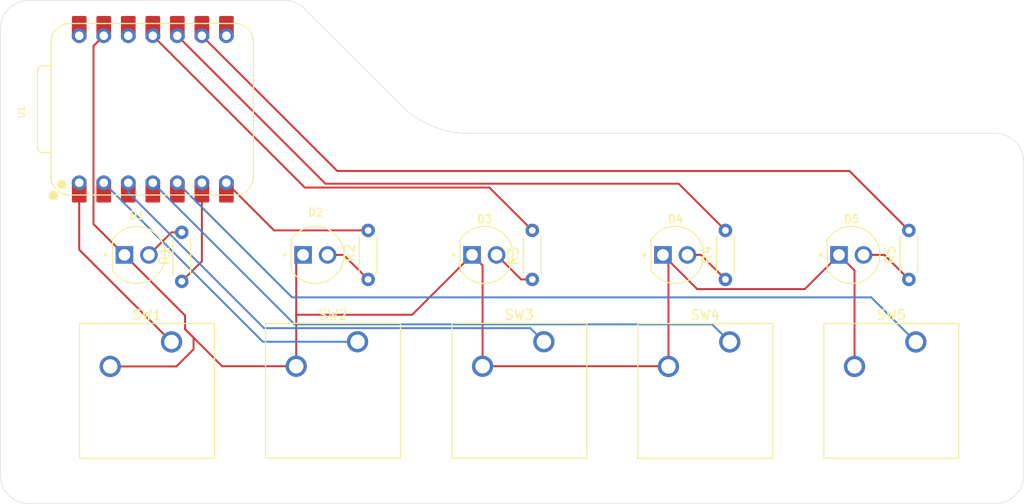
<source format=kicad_pcb>
(kicad_pcb (version 20241229) (generator "pcbnew") (generator_version "9.0")
  (layers (0 "F.Cu" signal) (2 "B.Cu" signal) (13 "F.Paste" user) (15 "B.Paste" user) (5 "F.SilkS" user "F.Silkscreen") (7 "B.SilkS" user "B.Silkscreen") (1 "F.Mask" user) (3 "B.Mask" user) (25 "Edge.Cuts" user))
  (net 0 "")
  (net 1 "Net-(D1-PadA)")
  (net 2 "GND")
  (net 3 "Net-(D2-PadA)")
  (net 4 "Net-(D3-PadA)")
  (net 5 "Net-(D4-PadA)")
  (net 6 "Net-(D5-PadA)")
  (net 7 "LED1")
  (net 8 "LED2")
  (net 9 "LED3")
  (net 10 "LED4")
  (net 11 "LED5")
  (net 12 "button1")
  (net 13 "button2")
  (net 14 "button3")
  (net 15 "button4")
  (net 16 "button5")
  (footprint "footprints:LEDRD254W57D500H1070" (layer "F.Cu") (at 165.4 115)
    (property "Reference" "D4" (at 0.04 -3.708 0) (layer "F.SilkS") (effects (font (size 0.8 0.8))))
    (property "Value" "L08R5000Q1")
    (fp_line (start -2.5 -1.566) (end -2.5 1.566) (stroke (width 0.127)) (layer "F.SilkS"))
    (fp_arc (start -2.5 -1.566) (mid 2.961291 0) (end -2.5 1.566) (stroke (width 0.127)) (layer "F.SilkS"))
    (fp_circle (center -3.2 0) (end -3.1 0) (stroke (width 0.2)) (fill no) (layer "F.SilkS"))
    (pad "A" thru_hole circle (at 1.27 0) (size 1.815 1.815) (drill 1.21) (layers "*.Cu" "*.Mask") (net 5 "Net-(D4-PadA)"))
    (pad "C" thru_hole rect (at -1.27 0) (size 1.815 1.815) (drill 1.21) (layers "*.Cu" "*.Mask") (net 2 "GND"))
  )
  (footprint "Resistor_THT:R_Axial_DIN0204_L3.6mm_D1.6mm_P5.08mm_Horizontal" (layer "F.Cu") (at 150.6 117.54 90)
    (property "Reference" "R3" (at 2.439999 -1.92 90) (layer "F.SilkS"))
    (property "Value" "R")
    (fp_line (start 0.62 -0.92) (end 4.46 -0.92) (stroke (width 0.12)) (layer "F.SilkS"))
    (fp_line (start 0.62 0.92) (end 4.46 0.92) (stroke (width 0.12)) (layer "F.SilkS"))
    (pad "1" thru_hole circle (at 0 0 90) (size 1.4 1.4) (drill 0.7) (layers "*.Cu" "*.Mask") (net 4 "Net-(D3-PadA)"))
    (pad "2" thru_hole circle (at 5.08 0 90) (size 1.4 1.4) (drill 0.7) (layers "*.Cu" "*.Mask") (net 9 "LED3"))
  )
  (footprint "Button_Switch_Keyboard:SW_Cherry_MX_1.00u_PCB" (layer "F.Cu") (at 132.5 124)
    (property "Reference" "SW2" (at -2.54 -2.794 0) (layer "F.SilkS"))
    (property "Value" "SW_Push")
    (fp_line (start -9.525 -1.905) (end 4.445 -1.905) (stroke (width 0.12)) (layer "F.SilkS"))
    (fp_line (start -9.525 12.065) (end -9.525 -1.905) (stroke (width 0.12)) (layer "F.SilkS"))
    (fp_line (start 4.445 -1.905) (end 4.445 12.065) (stroke (width 0.12)) (layer "F.SilkS"))
    (fp_line (start 4.445 12.065) (end -9.525 12.065) (stroke (width 0.12)) (layer "F.SilkS"))
    (pad "" np_thru_hole circle (at -7.62 5.08) (size 1.7 1.7) (drill 1.7) (layers "*.Cu" "*.Mask"))
    (pad "" np_thru_hole circle (at -2.54 5.08) (size 4 4) (drill 4) (layers "*.Cu" "*.Mask"))
    (pad "" np_thru_hole circle (at 2.54 5.08) (size 1.7 1.7) (drill 1.7) (layers "*.Cu" "*.Mask"))
    (pad "1" thru_hole circle (at 0 0) (size 2.2 2.2) (drill 1.5) (layers "*.Cu" "*.Mask") (net 13 "button2"))
    (pad "2" thru_hole circle (at -6.35 2.54) (size 2.2 2.2) (drill 1.5) (layers "*.Cu" "*.Mask") (net 2 "GND"))
  )
  (footprint "Resistor_THT:R_Axial_DIN0204_L3.6mm_D1.6mm_P5.08mm_Horizontal" (layer "F.Cu") (at 189.6 117.54 90)
    (property "Reference" "R5" (at 2.54 -1.92 90) (layer "F.SilkS"))
    (property "Value" "R")
    (fp_line (start 0.62 -0.92) (end 4.46 -0.92) (stroke (width 0.12)) (layer "F.SilkS"))
    (fp_line (start 0.62 0.92) (end 4.46 0.92) (stroke (width 0.12)) (layer "F.SilkS"))
    (pad "1" thru_hole circle (at 0 0 90) (size 1.4 1.4) (drill 0.7) (layers "*.Cu" "*.Mask") (net 6 "Net-(D5-PadA)"))
    (pad "2" thru_hole circle (at 5.08 0 90) (size 1.4 1.4) (drill 0.7) (layers "*.Cu" "*.Mask") (net 11 "LED5"))
  )
  (footprint "footprints:LEDRD254W57D500H1070" (layer "F.Cu") (at 128.13 115)
    (property "Reference" "D2" (at 0.04 -4.4 0) (layer "F.SilkS") (effects (font (size 0.8 0.8))))
    (property "Value" "L08R5000Q1")
    (fp_line (start -2.5 -1.566) (end -2.5 1.566) (stroke (width 0.127)) (layer "F.SilkS"))
    (fp_arc (start -2.5 -1.566) (mid 2.961291 0) (end -2.5 1.566) (stroke (width 0.127)) (layer "F.SilkS"))
    (fp_circle (center -3.2 0) (end -3.1 0) (stroke (width 0.2)) (fill no) (layer "F.SilkS"))
    (pad "A" thru_hole circle (at 1.27 0) (size 1.815 1.815) (drill 1.21) (layers "*.Cu" "*.Mask") (net 3 "Net-(D2-PadA)"))
    (pad "C" thru_hole rect (at -1.27 0) (size 1.815 1.815) (drill 1.21) (layers "*.Cu" "*.Mask") (net 2 "GND"))
  )
  (footprint "Button_Switch_Keyboard:SW_Cherry_MX_1.00u_PCB" (layer "F.Cu") (at 113.24 124.02)
    (property "Reference" "SW1" (at -2.54 -2.794 0) (layer "F.SilkS"))
    (property "Value" "SW_Push")
    (fp_line (start -9.525 -1.905) (end 4.445 -1.905) (stroke (width 0.12)) (layer "F.SilkS"))
    (fp_line (start -9.525 12.065) (end -9.525 -1.905) (stroke (width 0.12)) (layer "F.SilkS"))
    (fp_line (start 4.445 -1.905) (end 4.445 12.065) (stroke (width 0.12)) (layer "F.SilkS"))
    (fp_line (start 4.445 12.065) (end -9.525 12.065) (stroke (width 0.12)) (layer "F.SilkS"))
    (pad "" np_thru_hole circle (at -7.62 5.08) (size 1.7 1.7) (drill 1.7) (layers "*.Cu" "*.Mask"))
    (pad "" np_thru_hole circle (at -2.54 5.08) (size 4 4) (drill 4) (layers "*.Cu" "*.Mask"))
    (pad "" np_thru_hole circle (at 2.54 5.08) (size 1.7 1.7) (drill 1.7) (layers "*.Cu" "*.Mask"))
    (pad "1" thru_hole circle (at 0 0) (size 2.2 2.2) (drill 1.5) (layers "*.Cu" "*.Mask") (net 12 "button1"))
    (pad "2" thru_hole circle (at -6.35 2.54) (size 2.2 2.2) (drill 1.5) (layers "*.Cu" "*.Mask") (net 2 "GND"))
  )
  (footprint "Button_Switch_Keyboard:SW_Cherry_MX_1.00u_PCB" (layer "F.Cu") (at 171.05 124.02)
    (property "Reference" "SW4" (at -2.54 -2.794 0) (layer "F.SilkS"))
    (property "Value" "SW_Push")
    (fp_line (start -9.525 -1.905) (end 4.445 -1.905) (stroke (width 0.12)) (layer "F.SilkS"))
    (fp_line (start -9.525 12.065) (end -9.525 -1.905) (stroke (width 0.12)) (layer "F.SilkS"))
    (fp_line (start 4.445 -1.905) (end 4.445 12.065) (stroke (width 0.12)) (layer "F.SilkS"))
    (fp_line (start 4.445 12.065) (end -9.525 12.065) (stroke (width 0.12)) (layer "F.SilkS"))
    (pad "" np_thru_hole circle (at -7.62 5.08) (size 1.7 1.7) (drill 1.7) (layers "*.Cu" "*.Mask"))
    (pad "" np_thru_hole circle (at -2.54 5.08) (size 4 4) (drill 4) (layers "*.Cu" "*.Mask"))
    (pad "" np_thru_hole circle (at 2.54 5.08) (size 1.7 1.7) (drill 1.7) (layers "*.Cu" "*.Mask"))
    (pad "1" thru_hole circle (at 0 0) (size 2.2 2.2) (drill 1.5) (layers "*.Cu" "*.Mask") (net 15 "button4"))
    (pad "2" thru_hole circle (at -6.35 2.54) (size 2.2 2.2) (drill 1.5) (layers "*.Cu" "*.Mask") (net 2 "GND"))
  )
  (footprint "footprints:LEDRD254W57D500H1070" (layer "F.Cu") (at 145.63 115)
    (property "Reference" "D3" (at 0.04 -3.708 0) (layer "F.SilkS") (effects (font (size 0.8 0.8))))
    (property "Value" "L08R5000Q1")
    (fp_line (start -2.5 -1.566) (end -2.5 1.566) (stroke (width 0.127)) (layer "F.SilkS"))
    (fp_arc (start -2.5 -1.566) (mid 2.961291 0) (end -2.5 1.566) (stroke (width 0.127)) (layer "F.SilkS"))
    (fp_circle (center -3.2 0) (end -3.1 0) (stroke (width 0.2)) (fill no) (layer "F.SilkS"))
    (pad "A" thru_hole circle (at 1.27 0) (size 1.815 1.815) (drill 1.21) (layers "*.Cu" "*.Mask") (net 4 "Net-(D3-PadA)"))
    (pad "C" thru_hole rect (at -1.27 0) (size 1.815 1.815) (drill 1.21) (layers "*.Cu" "*.Mask") (net 2 "GND"))
  )
  (footprint "Resistor_THT:R_Axial_DIN0204_L3.6mm_D1.6mm_P5.08mm_Horizontal" (layer "F.Cu") (at 133.6 117.54 90)
    (property "Reference" "R2" (at 2.739999 -1.92 90) (layer "F.SilkS"))
    (property "Value" "R")
    (fp_line (start 0.62 -0.92) (end 4.46 -0.92) (stroke (width 0.12)) (layer "F.SilkS"))
    (fp_line (start 0.62 0.92) (end 4.46 0.92) (stroke (width 0.12)) (layer "F.SilkS"))
    (pad "1" thru_hole circle (at 0 0 90) (size 1.4 1.4) (drill 0.7) (layers "*.Cu" "*.Mask") (net 3 "Net-(D2-PadA)"))
    (pad "2" thru_hole circle (at 5.08 0 90) (size 1.4 1.4) (drill 0.7) (layers "*.Cu" "*.Mask") (net 8 "LED2"))
  )
  (footprint "footprints:LEDRD254W57D500H1070" (layer "F.Cu") (at 183.63 115)
    (property "Reference" "D5" (at 0.04 -3.708 0) (layer "F.SilkS") (effects (font (size 0.8 0.8))))
    (property "Value" "L08R5000Q1")
    (fp_line (start -2.5 -1.566) (end -2.5 1.566) (stroke (width 0.127)) (layer "F.SilkS"))
    (fp_arc (start -2.5 -1.566) (mid 2.961291 0) (end -2.5 1.566) (stroke (width 0.127)) (layer "F.SilkS"))
    (fp_circle (center -3.2 0) (end -3.1 0) (stroke (width 0.2)) (fill no) (layer "F.SilkS"))
    (pad "A" thru_hole circle (at 1.27 0) (size 1.815 1.815) (drill 1.21) (layers "*.Cu" "*.Mask") (net 6 "Net-(D5-PadA)"))
    (pad "C" thru_hole rect (at -1.27 0) (size 1.815 1.815) (drill 1.21) (layers "*.Cu" "*.Mask") (net 2 "GND"))
  )
  (footprint "Button_Switch_Keyboard:SW_Cherry_MX_1.00u_PCB" (layer "F.Cu") (at 190.32 124.02)
    (property "Reference" "SW5" (at -2.54 -2.794 0) (layer "F.SilkS"))
    (property "Value" "SW_Push")
    (fp_line (start -9.525 -1.905) (end 4.445 -1.905) (stroke (width 0.12)) (layer "F.SilkS"))
    (fp_line (start -9.525 12.065) (end -9.525 -1.905) (stroke (width 0.12)) (layer "F.SilkS"))
    (fp_line (start 4.445 -1.905) (end 4.445 12.065) (stroke (width 0.12)) (layer "F.SilkS"))
    (fp_line (start 4.445 12.065) (end -9.525 12.065) (stroke (width 0.12)) (layer "F.SilkS"))
    (pad "" np_thru_hole circle (at -7.62 5.08) (size 1.7 1.7) (drill 1.7) (layers "*.Cu" "*.Mask"))
    (pad "" np_thru_hole circle (at -2.54 5.08) (size 4 4) (drill 4) (layers "*.Cu" "*.Mask"))
    (pad "" np_thru_hole circle (at 2.54 5.08) (size 1.7 1.7) (drill 1.7) (layers "*.Cu" "*.Mask"))
    (pad "1" thru_hole circle (at 0 0) (size 2.2 2.2) (drill 1.5) (layers "*.Cu" "*.Mask") (net 16 "button5"))
    (pad "2" thru_hole circle (at -6.35 2.54) (size 2.2 2.2) (drill 1.5) (layers "*.Cu" "*.Mask") (net 2 "GND"))
  )
  (footprint "Resistor_THT:R_Axial_DIN0204_L3.6mm_D1.6mm_P5.08mm_Horizontal" (layer "F.Cu") (at 114.3 112.66 -90)
    (property "Reference" "R1" (at 2.44 1.8 90) (layer "F.SilkS"))
    (property "Value" "R")
    (fp_line (start 0.62 0.92) (end 4.46 0.92) (stroke (width 0.12)) (layer "F.SilkS"))
    (fp_line (start 0.62 -0.92) (end 4.46 -0.92) (stroke (width 0.12)) (layer "F.SilkS"))
    (pad "1" thru_hole circle (at 0 0 270) (size 1.4 1.4) (drill 0.7) (layers "*.Cu" "*.Mask") (net 1 "Net-(D1-PadA)"))
    (pad "2" thru_hole circle (at 5.08 0 270) (size 1.4 1.4) (drill 0.7) (layers "*.Cu" "*.Mask") (net 7 "LED1"))
  )
  (footprint "footprints:XIAO-RP2040-DIP" (layer "F.Cu") (at 111.3 99.9 90)
    (property "Reference" "U1" (at -0.3 -13.6 90) (layer "F.SilkS") (effects (font (size 0.635 0.635) (thickness 0.1016))))
    (property "Value" "XIAO-RP2040-DIP")
    (fp_line (start -3.991272 -11.951) (end 4.004 -11.951) (stroke (width 0.127)) (layer "F.SilkS"))
    (fp_line (start 4.504 -11.451) (end 4.504 -10.541) (stroke (width 0.127)) (layer "F.SilkS"))
    (fp_line (start 6.985 -10.541) (end -6.985 -10.541) (stroke (width 0.1)) (layer "F.SilkS"))
    (fp_line (start 6.985 -10.541) (end -6.985 -10.541) (stroke (width 0.127)) (layer "F.SilkS"))
    (fp_line (start -4.495 -10.541) (end -4.491272 -11.451272) (stroke (width 0.127)) (layer "F.SilkS"))
    (fp_line (start 8.89 8.509) (end 8.89 -8.636) (stroke (width 0.127)) (layer "F.SilkS"))
    (fp_line (start -8.89 8.509) (end -8.89 -8.636) (stroke (width 0.127)) (layer "F.SilkS"))
    (fp_line (start -6.985 10.414) (end 6.985 10.414) (stroke (width 0.127)) (layer "F.SilkS"))
    (fp_arc (start 4.004 -11.951) (mid 4.357553 -11.804553) (end 4.504 -11.451) (stroke (width 0.127)) (layer "F.SilkS"))
    (fp_arc (start -4.491272 -11.451272) (mid -4.344728 -11.80464) (end -3.991272 -11.951) (stroke (width 0.127)) (layer "F.SilkS"))
    (fp_arc (start 6.985 -10.541) (mid 8.332038 -9.983038) (end 8.89 -8.636) (stroke (width 0.127)) (layer "F.SilkS"))
    (fp_arc (start -8.89 -8.636) (mid -8.332038 -9.983038) (end -6.985 -10.541) (stroke (width 0.127)) (layer "F.SilkS"))
    (fp_arc (start 8.89 8.509) (mid 8.332038 9.856038) (end 6.985 10.414) (stroke (width 0.127)) (layer "F.SilkS"))
    (fp_arc (start -6.985 10.414) (mid -8.332038 9.856038) (end -8.89 8.509) (stroke (width 0.127)) (layer "F.SilkS"))
    (fp_circle (center -8.95 -10.3) (end -8.95 -10.554) (stroke (width 0.5)) (fill yes) (layer "F.SilkS"))
    (fp_circle (center -7.807 -9.42) (end -7.807 -9.674) (stroke (width 0.5)) (fill yes) (layer "F.SilkS"))
    (pad "1" smd roundrect (at -8.455 -7.62 270) (size 2.432 1.524) (layers "F.Cu" "F.Mask") (roundrect_rratio 0.1) (net 12 "button1"))
    (pad "1" thru_hole circle (at -7.62 -7.62 270) (size 1.524 1.524) (drill 0.889) (layers "*.Cu" "*.Mask") (net 12 "button1"))
    (pad "2" smd roundrect (at -8.455 -5.08 270) (size 2.432 1.524) (layers "F.Cu" "F.Mask") (roundrect_rratio 0.1) (net 13 "button2"))
    (pad "2" thru_hole circle (at -7.62 -5.08 270) (size 1.524 1.524) (drill 0.889) (layers "*.Cu" "*.Mask") (net 13 "button2"))
    (pad "3" smd roundrect (at -8.455 -2.54 270) (size 2.432 1.524) (layers "F.Cu" "F.Mask") (roundrect_rratio 0.1) (net 14 "button3"))
    (pad "3" thru_hole circle (at -7.62 -2.54 270) (size 1.524 1.524) (drill 0.889) (layers "*.Cu" "*.Mask") (net 14 "button3"))
    (pad "4" smd roundrect (at -8.455 0 270) (size 2.432 1.524) (layers "F.Cu" "F.Mask") (roundrect_rratio 0.1) (net 15 "button4"))
    (pad "4" thru_hole circle (at -7.62 0 270) (size 1.524 1.524) (drill 0.889) (layers "*.Cu" "*.Mask") (net 15 "button4"))
    (pad "5" smd roundrect (at -8.455 2.54 270) (size 2.432 1.524) (layers "F.Cu" "F.Mask") (roundrect_rratio 0.1) (net 16 "button5"))
    (pad "5" thru_hole circle (at -7.62 2.54 270) (size 1.524 1.524) (drill 0.889) (layers "*.Cu" "*.Mask") (net 16 "button5"))
    (pad "6" smd roundrect (at -8.455 5.08 270) (size 2.432 1.524) (layers "F.Cu" "F.Mask") (roundrect_rratio 0.1) (net 7 "LED1"))
    (pad "6" thru_hole circle (at -7.62 5.08 270) (size 1.524 1.524) (drill 0.889) (layers "*.Cu" "*.Mask") (net 7 "LED1"))
    (pad "7" smd roundrect (at -8.455 7.62 270) (size 2.432 1.524) (layers "F.Cu" "F.Mask") (roundrect_rratio 0.1) (net 8 "LED2"))
    (pad "7" thru_hole circle (at -7.62 7.62 270) (size 1.524 1.524) (drill 0.889) (layers "*.Cu" "*.Mask") (net 8 "LED2"))
    (pad "8" thru_hole circle (at 7.62 7.62 90) (size 1.524 1.524) (drill 0.889) (layers "*.Cu" "*.Mask"))
    (pad "8" smd roundrect (at 8.455 7.62 90) (size 2.432 1.524) (layers "F.Cu" "F.Mask") (roundrect_rratio 0.1))
    (pad "9" thru_hole circle (at 7.62 5.08 90) (size 1.524 1.524) (drill 0.889) (layers "*.Cu" "*.Mask") (net 11 "LED5"))
    (pad "9" smd roundrect (at 8.455 5.08 90) (size 2.432 1.524) (layers "F.Cu" "F.Mask") (roundrect_rratio 0.1) (net 11 "LED5"))
    (pad "10" thru_hole circle (at 7.62 2.54 90) (size 1.524 1.524) (drill 0.889) (layers "*.Cu" "*.Mask") (net 10 "LED4"))
    (pad "10" smd roundrect (at 8.455 2.54 90) (size 2.432 1.524) (layers "F.Cu" "F.Mask") (roundrect_rratio 0.1) (net 10 "LED4"))
    (pad "11" thru_hole circle (at 7.62 0 90) (size 1.524 1.524) (drill 0.889) (layers "*.Cu" "*.Mask") (net 9 "LED3"))
    (pad "11" smd roundrect (at 8.455 0 90) (size 2.432 1.524) (layers "F.Cu" "F.Mask") (roundrect_rratio 0.1) (net 9 "LED3"))
    (pad "12" thru_hole circle (at 7.62 -2.54 90) (size 1.524 1.524) (drill 0.889) (layers "*.Cu" "*.Mask"))
    (pad "12" smd roundrect (at 8.455 -2.54 90) (size 2.432 1.524) (layers "F.Cu" "F.Mask") (roundrect_rratio 0.1))
    (pad "13" thru_hole circle (at 7.62 -5.08 90) (size 1.524 1.524) (drill 0.889) (layers "*.Cu" "*.Mask") (net 2 "GND"))
    (pad "13" smd roundrect (at 8.455 -5.08 90) (size 2.432 1.524) (layers "F.Cu" "F.Mask") (roundrect_rratio 0.1) (net 2 "GND"))
    (pad "14" thru_hole circle (at 7.62 -7.62 90) (size 1.524 1.524) (drill 0.889) (layers "*.Cu" "*.Mask"))
    (pad "14" smd roundrect (at 8.455 -7.62 90) (size 2.432 1.524) (layers "F.Cu" "F.Mask") (roundrect_rratio 0.1))
  )
  (footprint "footprints:LEDRD254W57D500H1070" (layer "F.Cu") (at 109.63 115)
    (property "Reference" "D1" (at 0.04 -4.1 0) (layer "F.SilkS") (effects (font (size 0.8 0.8))))
    (property "Value" "L08R5000Q1")
    (fp_line (start -2.5 -1.566) (end -2.5 1.566) (stroke (width 0.127)) (layer "F.SilkS"))
    (fp_arc (start -2.5 -1.566) (mid 2.961291 0) (end -2.5 1.566) (stroke (width 0.127)) (layer "F.SilkS"))
    (fp_circle (center -3.2 0) (end -3.1 0) (stroke (width 0.2)) (fill no) (layer "F.SilkS"))
    (pad "A" thru_hole circle (at 1.27 0) (size 1.815 1.815) (drill 1.21) (layers "*.Cu" "*.Mask") (net 1 "Net-(D1-PadA)"))
    (pad "C" thru_hole rect (at -1.27 0) (size 1.815 1.815) (drill 1.21) (layers "*.Cu" "*.Mask") (net 2 "GND"))
  )
  (footprint "Button_Switch_Keyboard:SW_Cherry_MX_1.00u_PCB" (layer "F.Cu") (at 151.8 124)
    (property "Reference" "SW3" (at -2.54 -2.794 0) (layer "F.SilkS"))
    (property "Value" "SW_Push")
    (fp_line (start -9.525 -1.905) (end 4.445 -1.905) (stroke (width 0.12)) (layer "F.SilkS"))
    (fp_line (start -9.525 12.065) (end -9.525 -1.905) (stroke (width 0.12)) (layer "F.SilkS"))
    (fp_line (start 4.445 -1.905) (end 4.445 12.065) (stroke (width 0.12)) (layer "F.SilkS"))
    (fp_line (start 4.445 12.065) (end -9.525 12.065) (stroke (width 0.12)) (layer "F.SilkS"))
    (pad "" np_thru_hole circle (at -7.62 5.08) (size 1.7 1.7) (drill 1.7) (layers "*.Cu" "*.Mask"))
    (pad "" np_thru_hole circle (at -2.54 5.08) (size 4 4) (drill 4) (layers "*.Cu" "*.Mask"))
    (pad "" np_thru_hole circle (at 2.54 5.08) (size 1.7 1.7) (drill 1.7) (layers "*.Cu" "*.Mask"))
    (pad "1" thru_hole circle (at 0 0) (size 2.2 2.2) (drill 1.5) (layers "*.Cu" "*.Mask") (net 14 "button3"))
    (pad "2" thru_hole circle (at -6.35 2.54) (size 2.2 2.2) (drill 1.5) (layers "*.Cu" "*.Mask") (net 2 "GND"))
  )
  (footprint "Resistor_THT:R_Axial_DIN0204_L3.6mm_D1.6mm_P5.08mm_Horizontal" (layer "F.Cu") (at 170.6 117.54 90)
    (property "Reference" "R4" (at 2.54 -1.92 90) (layer "F.SilkS"))
    (property "Value" "R")
    (fp_line (start 0.62 -0.92) (end 4.46 -0.92) (stroke (width 0.12)) (layer "F.SilkS"))
    (fp_line (start 0.62 0.92) (end 4.46 0.92) (stroke (width 0.12)) (layer "F.SilkS"))
    (pad "1" thru_hole circle (at 0 0 90) (size 1.4 1.4) (drill 0.7) (layers "*.Cu" "*.Mask") (net 5 "Net-(D4-PadA)"))
    (pad "2" thru_hole circle (at 5.08 0 90) (size 1.4 1.4) (drill 0.7) (layers "*.Cu" "*.Mask") (net 10 "LED4"))
  )
  (gr_arc (start 95.5 91.6) (mid 96.37868 89.47868) (end 98.5 88.6) (stroke (width 0.05)) (layer "Edge.Cuts"))
  (gr_line (start 126.97868 89.47868) (end 136.971068 99.471068) (stroke (width 0.05)) (layer "Edge.Cuts"))
  (gr_arc (start 201.5 137.8) (mid 200.62132 139.92132) (end 198.5 140.8) (stroke (width 0.05)) (layer "Edge.Cuts"))
  (gr_arc (start 198.5 102.4) (mid 200.62132 103.27868) (end 201.5 105.4) (stroke (width 0.05)) (layer "Edge.Cuts"))
  (gr_line (start 144.042136 102.4) (end 198.5 102.4) (stroke (width 0.05)) (layer "Edge.Cuts"))
  (gr_arc (start 144.042136 102.4) (mid 140.215294 101.638807) (end 136.971068 99.471068) (stroke (width 0.05)) (layer "Edge.Cuts"))
  (gr_line (start 95.5 137.8) (end 95.5 91.6) (stroke (width 0.05)) (layer "Edge.Cuts"))
  (gr_arc (start 124.857359 88.6) (mid 126.005418 88.828348) (end 126.97868 89.47868) (stroke (width 0.05)) (layer "Edge.Cuts"))
  (gr_line (start 98.5 88.6) (end 124.857359 88.6) (stroke (width 0.05)) (layer "Edge.Cuts"))
  (gr_arc (start 98.5 140.8) (mid 96.37868 139.92132) (end 95.5 137.8) (stroke (width 0.05)) (layer "Edge.Cuts"))
  (gr_line (start 198.5 140.8) (end 98.5 140.8) (stroke (width 0.05)) (layer "Edge.Cuts"))
  (gr_line (start 201.5 137.8) (end 201.5 105.4) (stroke (width 0.05)) (layer "Edge.Cuts"))
  (segment (start 113.24 112.66) (end 114.3 112.66) (width 0.2) (layer "F.Cu") (net 1))
  (segment (start 110.9 115) (end 113.24 112.66) (width 0.2) (layer "F.Cu") (net 1))
  (segment (start 164.7 126.56) (end 164.7 115.57) (width 0.2) (layer "F.Cu") (net 2))
  (segment (start 106.22 92.28) (end 105.157 93.343) (width 0.2) (layer "F.Cu") (net 2))
  (segment (start 138.16 121.2) (end 126.15 121.2) (width 0.2) (layer "F.Cu") (net 2))
  (segment (start 118.481 126.54) (end 114.641 122.7) (width 0.2) (layer "F.Cu") (net 2))
  (segment (start 164.13 115) (end 167.671 118.541) (width 0.2) (layer "F.Cu") (net 2))
  (segment (start 178.819 118.541) (end 182.36 115) (width 0.2) (layer "F.Cu") (net 2))
  (segment (start 164.68 126.54) (end 164.7 126.56) (width 0.2) (layer "F.Cu") (net 2))
  (segment (start 126.15 121.2) (end 126.15 115.71) (width 0.2) (layer "F.Cu") (net 2))
  (segment (start 106.89 126.56) (end 113.74 126.56) (width 0.2) (layer "F.Cu") (net 2))
  (segment (start 105.157 111.797) (end 108.36 115) (width 0.2) (layer "F.Cu") (net 2))
  (segment (start 164.7 115.57) (end 164.13 115) (width 0.2) (layer "F.Cu") (net 2))
  (segment (start 167.671 118.541) (end 178.819 118.541) (width 0.2) (layer "F.Cu") (net 2))
  (segment (start 114.641 122.7) (end 114.641 121.281) (width 0.2) (layer "F.Cu") (net 2))
  (segment (start 144.36 115) (end 138.16 121.2) (width 0.2) (layer "F.Cu") (net 2))
  (segment (start 183.97 116.61) (end 182.36 115) (width 0.2) (layer "F.Cu") (net 2))
  (segment (start 126.15 126.54) (end 126.15 121.2) (width 0.2) (layer "F.Cu") (net 2))
  (segment (start 114.641 121.281) (end 108.36 115) (width 0.2) (layer "F.Cu") (net 2))
  (segment (start 145.45 116.09) (end 144.36 115) (width 0.2) (layer "F.Cu") (net 2))
  (segment (start 115.5205 123.5795) (end 114.641 122.7) (width 0.2) (layer "F.Cu") (net 2))
  (segment (start 105.157 93.343) (end 105.157 111.797) (width 0.2) (layer "F.Cu") (net 2))
  (segment (start 145.45 126.54) (end 145.45 116.09) (width 0.2) (layer "F.Cu") (net 2))
  (segment (start 183.97 126.56) (end 183.97 116.61) (width 0.2) (layer "F.Cu") (net 2))
  (segment (start 115.5205 124.7795) (end 115.5205 123.5795) (width 0.2) (layer "F.Cu") (net 2))
  (segment (start 145.45 126.54) (end 164.68 126.54) (width 0.2) (layer "F.Cu") (net 2))
  (segment (start 113.74 126.56) (end 115.5205 124.7795) (width 0.2) (layer "F.Cu") (net 2))
  (segment (start 126.15 115.71) (end 126.86 115) (width 0.2) (layer "F.Cu") (net 2))
  (segment (start 126.15 126.54) (end 118.481 126.54) (width 0.2) (layer "F.Cu") (net 2))
  (segment (start 129.4 115) (end 131.06 115) (width 0.2) (layer "F.Cu") (net 3))
  (segment (start 131.06 115) (end 133.6 117.54) (width 0.2) (layer "F.Cu") (net 3))
  (segment (start 146.9 115) (end 149.44 117.54) (width 0.2) (layer "F.Cu") (net 4))
  (segment (start 149.44 117.54) (end 150.6 117.54) (width 0.2) (layer "F.Cu") (net 4))
  (segment (start 168.06 115) (end 170.6 117.54) (width 0.2) (layer "F.Cu") (net 5))
  (segment (start 166.67 115) (end 168.06 115) (width 0.2) (layer "F.Cu") (net 5))
  (segment (start 184.9 115) (end 187.06 115) (width 0.2) (layer "F.Cu") (net 6))
  (segment (start 187.06 115) (end 189.6 117.54) (width 0.2) (layer "F.Cu") (net 6))
  (segment (start 116.38 115.66) (end 116.38 107.52) (width 0.2) (layer "F.Cu") (net 7))
  (segment (start 114.3 117.74) (end 116.38 115.66) (width 0.2) (layer "F.Cu") (net 7))
  (segment (start 123.86 112.46) (end 118.92 107.52) (width 0.2) (layer "F.Cu") (net 8))
  (segment (start 133.6 112.46) (end 123.86 112.46) (width 0.2) (layer "F.Cu") (net 8))
  (segment (start 150.6 112.46) (end 146.1559 108.0159) (width 0.2) (layer "F.Cu") (net 9))
  (segment (start 146.1559 108.0159) (end 127.0359 108.0159) (width 0.2) (layer "F.Cu") (net 9))
  (segment (start 127.0359 108.0159) (end 111.3 92.28) (width 0.2) (layer "F.Cu") (net 9))
  (segment (start 129.1749 107.6149) (end 113.84 92.28) (width 0.2) (layer "F.Cu") (net 10))
  (segment (start 165.7549 107.6149) (end 129.1749 107.6149) (width 0.2) (layer "F.Cu") (net 10))
  (segment (start 170.6 112.46) (end 165.7549 107.6149) (width 0.2) (layer "F.Cu") (net 10))
  (segment (start 189.6 112.46) (end 183.44 106.3) (width 0.2) (layer "F.Cu") (net 11))
  (segment (start 130.4 106.3) (end 116.38 92.28) (width 0.2) (layer "F.Cu") (net 11))
  (segment (start 183.44 106.3) (end 130.4 106.3) (width 0.2) (layer "F.Cu") (net 11))
  (segment (start 113.24 124.02) (end 103.68 114.46) (width 0.2) (layer "F.Cu") (net 12))
  (segment (start 103.68 114.46) (end 103.68 107.52) (width 0.2) (layer "F.Cu") (net 12))
  (segment (start 122.7 124) (end 106.22 107.52) (width 0.2) (layer "B.Cu") (net 13))
  (segment (start 132.5 124) (end 122.7 124) (width 0.2) (layer "B.Cu") (net 13))
  (segment (start 150.399 122.599) (end 151.8 124) (width 0.2) (layer "B.Cu") (net 14))
  (segment (start 108.76 107.52) (end 108.76 108.535628) (width 0.2) (layer "B.Cu") (net 14))
  (segment (start 122.823372 122.599) (end 150.399 122.599) (width 0.2) (layer "B.Cu") (net 14))
  (segment (start 108.76 108.535628) (end 122.823372 122.599) (width 0.2) (layer "B.Cu") (net 14))
  (segment (start 169.228 122.198) (end 171.05 124.02) (width 0.2) (layer "B.Cu") (net 15))
  (segment (start 111.3 107.52) (end 125.978 122.198) (width 0.2) (layer "B.Cu") (net 15))
  (segment (start 125.978 122.198) (end 169.228 122.198) (width 0.2) (layer "B.Cu") (net 15))
  (segment (start 185.7 119.4) (end 190.32 124.02) (width 0.2) (layer "B.Cu") (net 16))
  (segment (start 125.72 119.4) (end 185.7 119.4) (width 0.2) (layer "B.Cu") (net 16))
  (segment (start 113.84 107.52) (end 125.72 119.4) (width 0.2) (layer "B.Cu") (net 16))
)
</source>
